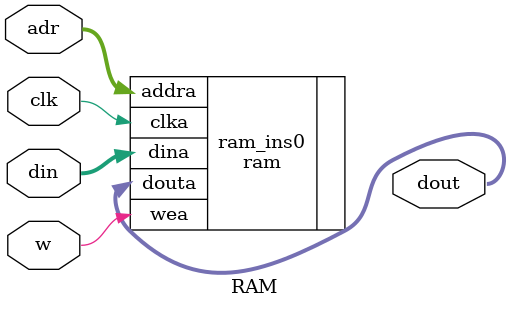
<source format=v>
`timescale 1ns / 1ps
module RAM( adr , din , w , clk , dout 
    );
input clk , w ;
input [3:0] adr ;
input [7:0] din ;
output [7:0] dout ;
ram ram_ins0 (
  .clka(clk), // input clka
  .wea(w), // input [3 : 0] wea
  .addra(adr), // input [31 : 0] addra
  .dina(din), // input [31 : 0] dina
  .douta(dout) // output [31 : 0] douta
);


endmodule

</source>
